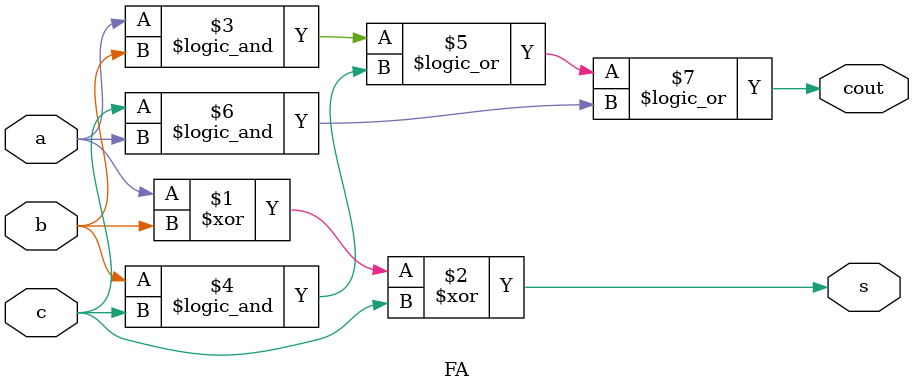
<source format=v>
`timescale 1ns / 1ps
module adder_Subtractor(input [3:0]a,b,
                        input ctrl,
                        output [3:0]q,
                        output [3:0]cout,
                        output cFinal
                        );
                        
wire [3:0]w;
xor x1(w[0],b[0],ctrl);  // if ctrl = 1 then it performs the subtractor else adder
xor x2(w[1],b[1],ctrl);
xor x3(w[2],b[2],ctrl);
xor x4(w[3],b[3],ctrl);

FA f1(.a(a[0]), .b(w[0]), .c(ctrl), . s(q[0]), .cout(cout[0]));
FA f2(.a(a[1]), .b(w[1]), .c(cout[0]), . s(q[1]), .cout(cout[1]));
FA f3(.a(a[2]), .b(w[2]), .c(cout[1]), . s(q[2]), .cout(cout[2]));
FA f4(.a(a[3]), .b(w[3]), .c(cout[2]), . s(q[3]), .cout(cout[3]));
 
assign cFinal = cout[3];
endmodule
// Full Adder
module FA(input a,b,c,
            output s,cout
            );

assign s = a ^ b ^ c;
assign cout = (a&&b) || (b&&c) || (c&&a);
endmodule

/* for FPGA Implemantation
module top(sw,led);
input [8:0]sw;
output [8:0]led;
adder_Subtractor t(.a(sw[4:1]),
                       .b(sw[8:5]),
                       .ctrl(sw[0]),
                       .q(led[3:0]),
                       .cout(led[7:0]),
                       .cFinal(led[8])
                       );
endmodule
*/
</source>
